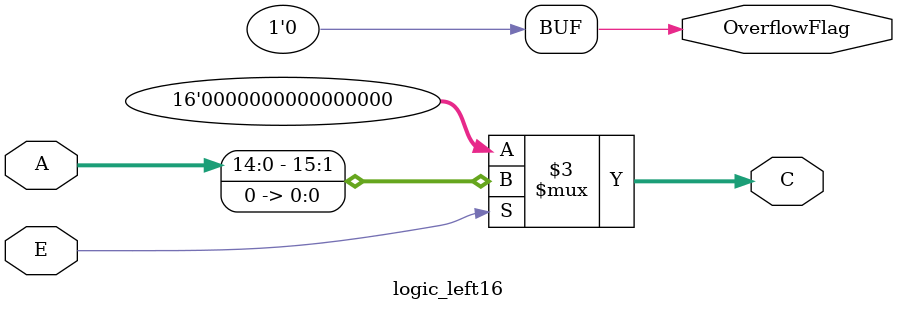
<source format=v>


// Output 1: C; calculation result, 16bit binary
// Output 2: OverflowFlag; 0
// Input 1: A; input, 16bit binary
// Input 2: E; enable, 1bit binary

module logic_left16 (output [15:0] C, output OverflowFlag,
	input [15:0] A, input E);
	assign OverflowFlag = 1'b0;
	assign C=(E==1'b1)?  (A<< 1):16'b0000000000000000;

endmodule

</source>
